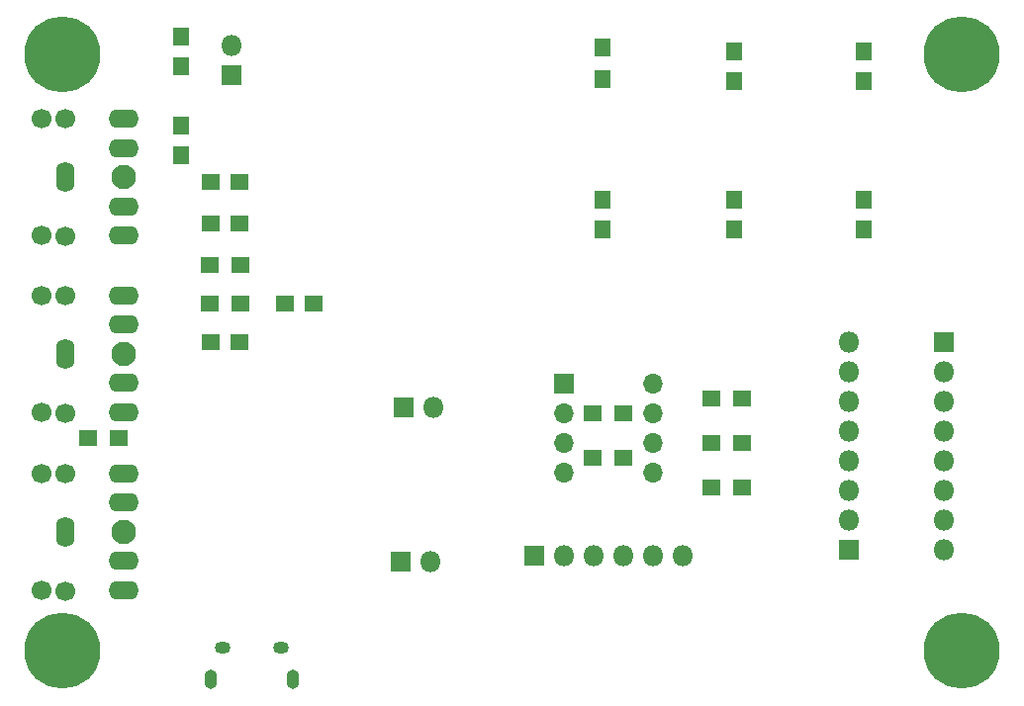
<source format=gbr>
G04 #@! TF.FileFunction,Soldermask,Bot*
%FSLAX46Y46*%
G04 Gerber Fmt 4.6, Leading zero omitted, Abs format (unit mm)*
G04 Created by KiCad (PCBNEW 4.0.6) date Wednesday, April 11, 2018 'PMt' 08:09:55 PM*
%MOMM*%
%LPD*%
G01*
G04 APERTURE LIST*
%ADD10C,0.100000*%
%ADD11C,6.500000*%
%ADD12O,1.600000X2.600000*%
%ADD13O,2.600000X1.600000*%
%ADD14C,2.100000*%
%ADD15C,1.700000*%
%ADD16R,1.350000X1.600000*%
%ADD17R,1.600000X1.350000*%
%ADD18R,1.800000X1.800000*%
%ADD19O,1.800000X1.800000*%
%ADD20O,1.350000X1.050000*%
%ADD21O,1.100000X1.650000*%
%ADD22R,1.600000X1.400000*%
%ADD23R,1.400000X1.600000*%
%ADD24R,1.700000X1.700000*%
%ADD25O,1.700000X1.700000*%
G04 APERTURE END LIST*
D10*
D11*
X217000000Y-76000000D03*
D12*
X140208000Y-86487000D03*
D13*
X145208000Y-81487000D03*
X145208000Y-83987000D03*
X145208000Y-88987000D03*
X145208000Y-91487000D03*
D14*
X145208000Y-86487000D03*
D15*
X140208000Y-91567000D03*
X138208000Y-91487000D03*
X138208000Y-81487000D03*
X140208000Y-81487000D03*
D11*
X140000000Y-76000000D03*
X140000000Y-127000000D03*
D16*
X150114000Y-84562000D03*
X150114000Y-82062000D03*
D17*
X155174000Y-90424000D03*
X152674000Y-90424000D03*
X155174000Y-86868000D03*
X152674000Y-86868000D03*
D16*
X150114000Y-76942000D03*
X150114000Y-74442000D03*
D17*
X159024000Y-97282000D03*
X161524000Y-97282000D03*
X152674000Y-100584000D03*
X155174000Y-100584000D03*
D16*
X197485000Y-75712000D03*
X197485000Y-78212000D03*
X186182000Y-88412000D03*
X186182000Y-90912000D03*
X197485000Y-88412000D03*
X197485000Y-90912000D03*
X208534000Y-88412000D03*
X208534000Y-90912000D03*
X208534000Y-75712000D03*
X208534000Y-78212000D03*
D18*
X168910000Y-119380000D03*
D19*
X171450000Y-119380000D03*
D18*
X169164000Y-106172000D03*
D19*
X171704000Y-106172000D03*
D20*
X153710000Y-126793000D03*
X158710000Y-126793000D03*
D21*
X152710000Y-129493000D03*
X159710000Y-129493000D03*
D18*
X180340000Y-118872000D03*
D19*
X182880000Y-118872000D03*
X185420000Y-118872000D03*
X187960000Y-118872000D03*
X190500000Y-118872000D03*
X193040000Y-118872000D03*
D18*
X207264000Y-118364000D03*
D19*
X207264000Y-115824000D03*
X207264000Y-113284000D03*
X207264000Y-110744000D03*
X207264000Y-108204000D03*
X207264000Y-105664000D03*
X207264000Y-103124000D03*
X207264000Y-100584000D03*
D18*
X215392000Y-100584000D03*
D19*
X215392000Y-103124000D03*
X215392000Y-105664000D03*
X215392000Y-108204000D03*
X215392000Y-110744000D03*
X215392000Y-113284000D03*
X215392000Y-115824000D03*
X215392000Y-118364000D03*
D22*
X144860000Y-108839000D03*
X142160000Y-108839000D03*
X152574000Y-93980000D03*
X155274000Y-93980000D03*
X155274000Y-97282000D03*
X152574000Y-97282000D03*
X195500000Y-105410000D03*
X198200000Y-105410000D03*
X195500000Y-109220000D03*
X198200000Y-109220000D03*
X185340000Y-110490000D03*
X188040000Y-110490000D03*
X195500000Y-113030000D03*
X198200000Y-113030000D03*
X185340000Y-106680000D03*
X188040000Y-106680000D03*
D23*
X186182000Y-75358000D03*
X186182000Y-78058000D03*
D24*
X182880000Y-104140000D03*
D25*
X190500000Y-111760000D03*
X182880000Y-106680000D03*
X190500000Y-109220000D03*
X182880000Y-109220000D03*
X190500000Y-106680000D03*
X182880000Y-111760000D03*
X190500000Y-104140000D03*
D12*
X140208000Y-101600000D03*
D13*
X145208000Y-96600000D03*
X145208000Y-99100000D03*
X145208000Y-104100000D03*
X145208000Y-106600000D03*
D14*
X145208000Y-101600000D03*
D15*
X140208000Y-106680000D03*
X138208000Y-106600000D03*
X138208000Y-96600000D03*
X140208000Y-96600000D03*
D12*
X140208000Y-116840000D03*
D13*
X145208000Y-111840000D03*
X145208000Y-114340000D03*
X145208000Y-119340000D03*
X145208000Y-121840000D03*
D14*
X145208000Y-116840000D03*
D15*
X140208000Y-121920000D03*
X138208000Y-121840000D03*
X138208000Y-111840000D03*
X140208000Y-111840000D03*
D18*
X154432000Y-77724000D03*
D19*
X154432000Y-75184000D03*
D11*
X217000000Y-127000000D03*
M02*

</source>
